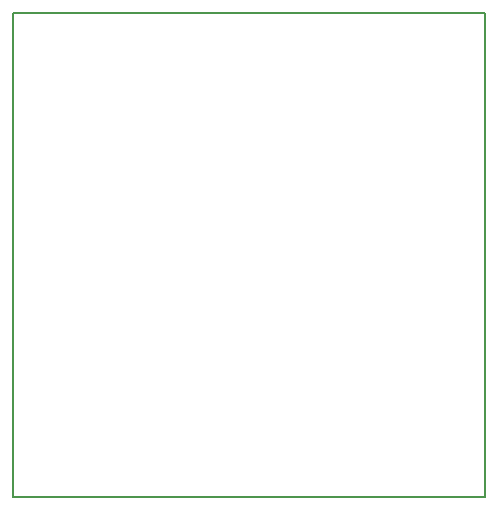
<source format=gbo>
G75*
%MOIN*%
%OFA0B0*%
%FSLAX25Y25*%
%IPPOS*%
%LPD*%
%AMOC8*
5,1,8,0,0,1.08239X$1,22.5*
%
%ADD10C,0.00500*%
D10*
X0007060Y0496323D02*
X0164540Y0496323D01*
X0164540Y0657740D01*
X0007060Y0657740D01*
X0007060Y0496323D01*
M02*

</source>
